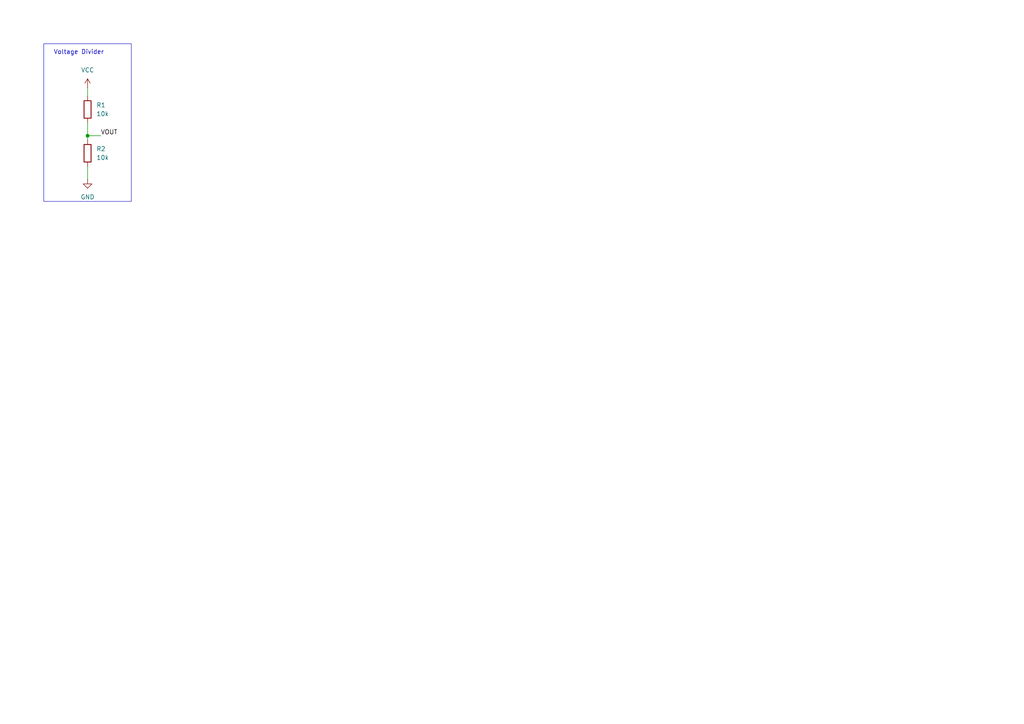
<source format=kicad_sch>
(kicad_sch (version 20250114) (generator "eeschema") (generator_version "9.0")
  (paper "A4")
  (title_block (title "Example_VoltageDiv"))
  (lib_symbols
    (symbol "power:VCC" (power) (pin_numbers (hide yes)) (pin_names (offset 0) (hide yes))
      (property "Value" "VCC" (at 0 3.556 0))
      (symbol "VCC_0_1"
        (polyline (pts (xy -0.762 1.27) (xy 0 2.54)))
        (polyline (pts (xy 0 2.54) (xy 0.762 1.27)))
        (polyline (pts (xy 0 0) (xy 0 2.54)))
      )
      (symbol "VCC_1_1"
        (pin power_in line (at 0 0 90) (length 0) (name "~") (number "1"))
      )
    )
    (symbol "Device:R" (pin_numbers (hide yes)) (pin_names (offset 0))
      (property "Reference" "R" (at 2.032 0 90))
      (property "Value" "R" (at 0 0 90))
      (symbol "R_0_1"
        (rectangle (start -1.016 -2.54) (end 1.016 2.54) (stroke (width 0.254)))
      )
      (symbol "R_1_1"
        (pin passive line (at 0 3.81 270) (length 1.27) (name "~") (number "1"))
        (pin passive line (at 0 -3.81 90) (length 1.27) (name "~") (number "2"))
      )
    )
    (symbol "power:GND" (power) (pin_numbers (hide yes)) (pin_names (offset 0) (hide yes))
      (property "Value" "GND" (at 0 -3.81 0))
      (symbol "GND_0_1"
        (polyline (pts (xy 0 0) (xy 0 -1.27) (xy 1.27 -1.27) (xy 0 -2.54) (xy -1.27 -1.27) (xy 0 -1.27)))
      )
      (symbol "GND_1_1"
        (pin power_in line (at 0 0 270) (length 0) (name "~") (number "1"))
      )
    )
  )
  (symbol (lib_id "power:VCC") (at 25.4 25.4 0) (unit 1)
    (property "Reference" "#PWR01" (effects (hide yes)))
    (property "Value" "VCC" (at 25.4 20.32 0))
  )
  (symbol (lib_id "Device:R") (at 25.4 31.75 0) (unit 1)
    (property "Reference" "R1" (at 27.94 30.4799 0) (effects (justify left)))
    (property "Value" "10k" (at 27.94 33.0199 0) (effects (justify left)))
  )
  (symbol (lib_id "Device:R") (at 25.4 44.45 0) (unit 1)
    (property "Reference" "R2" (at 27.94 43.1799 0) (effects (justify left)))
    (property "Value" "10k" (at 27.94 45.7199 0) (effects (justify left)))
  )
  (symbol (lib_id "power:GND") (at 25.4 52.07 0) (unit 1)
    (property "Reference" "#PWR02" (effects (hide yes)))
    (property "Value" "GND" (at 25.4 57.15 0))
  )
  (wire (pts (xy 25.4 25.4) (xy 25.4 27.94)))
  (wire (pts (xy 25.4 35.56) (xy 25.4 39.37)))
  (wire (pts (xy 25.4 39.37) (xy 25.4 40.64)))
  (wire (pts (xy 25.4 48.26) (xy 25.4 52.07)))
  (wire (pts (xy 25.4 39.37) (xy 29.21 39.37)))
  (junction (at 25.4 39.37))
  (label "VOUT" (at 29.21 39.37 0))
  (rectangle (start 12.7 12.7) (end 38.1 58.42) (stroke (width 0.127)))
  (text "Voltage Divider" (at 22.86 15.24 0.0000) (effects (font (size 1.27 1.27))))
)
</source>
